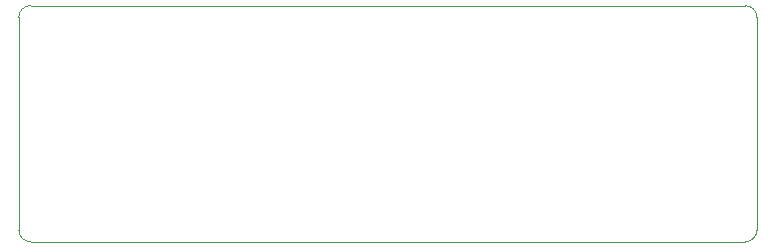
<source format=gbr>
%TF.GenerationSoftware,KiCad,Pcbnew,9.0.4*%
%TF.CreationDate,2025-10-03T00:17:38+05:30*%
%TF.ProjectId,Project 3,50726f6a-6563-4742-9033-2e6b69636164,rev?*%
%TF.SameCoordinates,Original*%
%TF.FileFunction,Profile,NP*%
%FSLAX46Y46*%
G04 Gerber Fmt 4.6, Leading zero omitted, Abs format (unit mm)*
G04 Created by KiCad (PCBNEW 9.0.4) date 2025-10-03 00:17:38*
%MOMM*%
%LPD*%
G01*
G04 APERTURE LIST*
%TA.AperFunction,Profile*%
%ADD10C,0.050000*%
%TD*%
G04 APERTURE END LIST*
D10*
X182500000Y-91500000D02*
X182500000Y-109500000D01*
X121000000Y-110500000D02*
G75*
G02*
X120000000Y-109500000I0J1000000D01*
G01*
X182500000Y-109500000D02*
G75*
G02*
X181500000Y-110500000I-1000000J0D01*
G01*
X120000000Y-91500000D02*
G75*
G02*
X121000000Y-90500000I1000000J0D01*
G01*
X181500000Y-90500000D02*
G75*
G02*
X182500000Y-91500000I0J-1000000D01*
G01*
X181500000Y-110500000D02*
X121000000Y-110500000D01*
X121000000Y-90500000D02*
X181500000Y-90500000D01*
X120000000Y-109500000D02*
X120000000Y-98500000D01*
X120000000Y-98500000D02*
X120000000Y-91500000D01*
M02*

</source>
